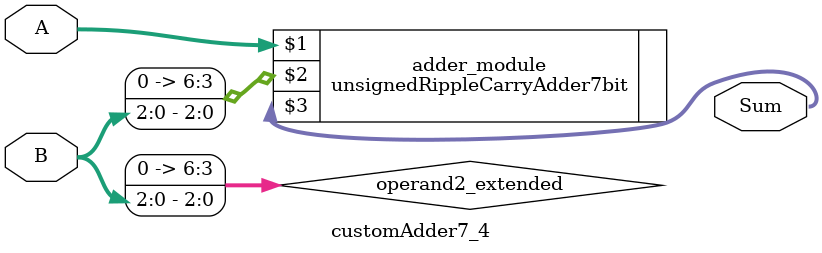
<source format=v>

module customAdder7_4(
                    input [6 : 0] A,
                    input [2 : 0] B,
                    
                    output [7 : 0] Sum
            );

    wire [6 : 0] operand2_extended;
    
    assign operand2_extended =  {4'b0, B};
    
    unsignedRippleCarryAdder7bit adder_module(
        A,
        operand2_extended,
        Sum
    );
    
endmodule
        
</source>
